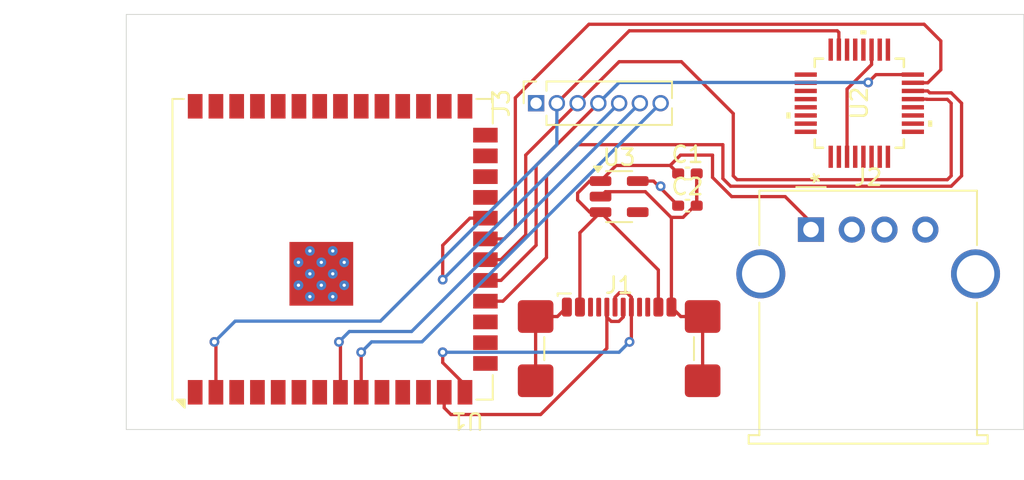
<source format=kicad_pcb>
(kicad_pcb (version 20240108) (generator "pcbnew") (generator_version "8.0")
  (layers (0 "F.Cu" signal) (31 "B.Cu" signal) (34 "B.Paste" user) (35 "F.Paste" user) (36 "B.SilkS" user "B.Silkscreen") (37 "F.SilkS" user "F.Silkscreen") (38 "B.Mask" user) (39 "F.Mask" user) (44 "Edge.Cuts" user))
  (net 0 "")
  (net 4 "Net-(J2-VBUS)")
  (net 8 "Net-(J1-SHIELD)")
  (net 17 "Net-(J3-Pin_2)")
  (net 18 "Net-(J3-Pin_3)")
  (net 21 "Net-(J3-Pin_4)")
  (net 22 "Net-(J3-Pin_7)")
  (net 49 "Net-(J3-Pin_6)")
  (net 54 "Net-(J3-Pin_5)")
  (net 62 "Net-(U1-IO13)")
  (net 63 "Net-(U1-IO10)")
  (net 65 "Net-(U1-IO19)")
  (net 66 "Net-(U1-IO20)")
  (footprint "Capacitor_SMD:C_0402_1005Metric_Pad0.74x0.62mm_HandSolder" (layer "F.Cu") (at 61.33 63.355)
    (property "Reference" "C1" (at 0 -1.16 0) (layer "F.SilkS"))
    (property "Value" "C")
    (fp_line (start -0.115835 -0.36) (end 0.115835 -0.36) (stroke (width 0.12)) (layer "F.SilkS"))
    (fp_line (start -0.115835 0.36) (end 0.115835 0.36) (stroke (width 0.12)) (layer "F.SilkS"))
    (pad "1" smd roundrect (at -0.5675 0) (size 0.735 0.62) (layers "F.Cu" "F.Paste" "F.Mask") (net 4 "Net-(J2-VBUS)"))
    (pad "2" smd roundrect (at 0.5675 0) (size 0.735 0.62) (layers "F.Cu" "F.Paste" "F.Mask") (net 8 "Net-(J1-SHIELD)"))
  )
  (footprint "Connector_USB:USB_C_Receptacle_GCT_USB4110" (layer "F.Cu") (at 57.15 75.213599)
    (property "Reference" "J1" (at 0 -5.015 0) (layer "F.SilkS"))
    (property "Value" "USB_C_Receptacle_USB2.0_16P")
    (fp_line (start -4.58 -0.435) (end -4.58 -1.845) (stroke (width 0.12)) (layer "F.SilkS"))
    (fp_line (start -3.76 -4.515) (end -3.76 -4.365) (stroke (width 0.12)) (layer "F.SilkS"))
    (fp_line (start -2.96 -4.515) (end -3.76 -4.515) (stroke (width 0.12)) (layer "F.SilkS"))
    (fp_line (start 4.58 -0.435) (end 4.58 -1.845) (stroke (width 0.12)) (layer "F.SilkS"))
    (pad "" np_thru_hole circle (at -2.89 -2.605) (size 0.65 0.65) (drill 0.65) (layers "F&B.Cu" "*.Mask"))
    (pad "" np_thru_hole circle (at 2.89 -2.605) (size 0.65 0.65) (drill 0.65) (layers "F&B.Cu" "*.Mask"))
    (pad "A1" smd roundrect (at -3.2 -3.68) (size 0.6 1.15) (layers "F.Cu" "F.Paste" "F.Mask") (net 8 "Net-(J1-SHIELD)"))
    (pad "A4" smd roundrect (at -2.4 -3.68) (size 0.6 1.15) (layers "F.Cu" "F.Paste" "F.Mask") (net 4 "Net-(J2-VBUS)"))
    (pad "A5" smd roundrect (at -1.25 -3.68) (size 0.3 1.15) (layers "F.Cu" "F.Paste" "F.Mask"))
    (pad "A6" smd roundrect (at -0.25 -3.68) (size 0.3 1.15) (layers "F.Cu" "F.Paste" "F.Mask") (net 66 "Net-(U1-IO20)"))
    (pad "A7" smd roundrect (at 0.25 -3.68) (size 0.3 1.15) (layers "F.Cu" "F.Paste" "F.Mask") (net 65 "Net-(U1-IO19)"))
    (pad "A8" smd roundrect (at 1.25 -3.68) (size 0.3 1.15) (layers "F.Cu" "F.Paste" "F.Mask"))
    (pad "A9" smd roundrect (at 2.4 -3.68) (size 0.6 1.15) (layers "F.Cu" "F.Paste" "F.Mask") (net 4 "Net-(J2-VBUS)"))
    (pad "A12" smd roundrect (at 3.2 -3.68) (size 0.6 1.15) (layers "F.Cu" "F.Paste" "F.Mask") (net 8 "Net-(J1-SHIELD)"))
    (pad "B1" smd roundrect (at 3.2 -3.68) (size 0.6 1.15) (layers "F.Cu" "F.Paste" "F.Mask") (net 8 "Net-(J1-SHIELD)"))
    (pad "B4" smd roundrect (at 2.4 -3.68) (size 0.6 1.15) (layers "F.Cu" "F.Paste" "F.Mask") (net 4 "Net-(J2-VBUS)"))
    (pad "B5" smd roundrect (at 1.75 -3.68) (size 0.3 1.15) (layers "F.Cu" "F.Paste" "F.Mask"))
    (pad "B6" smd roundrect (at 0.75 -3.68) (size 0.3 1.15) (layers "F.Cu" "F.Paste" "F.Mask") (net 66 "Net-(U1-IO20)"))
    (pad "B7" smd roundrect (at -0.75 -3.68) (size 0.3 1.15) (layers "F.Cu" "F.Paste" "F.Mask") (net 65 "Net-(U1-IO19)"))
    (pad "B8" smd roundrect (at -1.75 -3.68) (size 0.3 1.15) (layers "F.Cu" "F.Paste" "F.Mask"))
    (pad "B9" smd roundrect (at -2.4 -3.68) (size 0.6 1.15) (layers "F.Cu" "F.Paste" "F.Mask") (net 4 "Net-(J2-VBUS)"))
    (pad "B12" smd roundrect (at -3.2 -3.68) (size 0.6 1.15) (layers "F.Cu" "F.Paste" "F.Mask") (net 8 "Net-(J1-SHIELD)"))
    (pad "S1" smd roundrect (at -5.11 -3.105) (size 2.18 2) (layers "F.Cu" "F.Paste" "F.Mask") (roundrect_rratio 0.125) (net 8 "Net-(J1-SHIELD)"))
    (pad "S1" smd roundrect (at -5.11 0.825) (size 2.18 2) (layers "F.Cu" "F.Paste" "F.Mask") (roundrect_rratio 0.125) (net 8 "Net-(J1-SHIELD)"))
    (pad "S1" smd roundrect (at 5.11 -3.105) (size 2.18 2) (layers "F.Cu" "F.Paste" "F.Mask") (roundrect_rratio 0.125) (net 8 "Net-(J1-SHIELD)"))
    (pad "S1" smd roundrect (at 5.11 0.825) (size 2.18 2) (layers "F.Cu" "F.Paste" "F.Mask") (roundrect_rratio 0.125) (net 8 "Net-(J1-SHIELD)"))
  )
  (footprint "RF_Module:ESP32-S3-WROOM-1U" (layer "F.Cu") (at 39.617201 67.994205 90)
    (property "Reference" "U1" (at -10.5 8.25 180) (layer "F.SilkS"))
    (property "Value" "ESP32-S3-WROOM-1U")
    (fp_line (start 9.2 -9.8) (end 9.2 -9.1) (stroke (width 0.12)) (layer "F.SilkS"))
    (fp_line (start -9.2 -9.8) (end 9.2 -9.8) (stroke (width 0.12)) (layer "F.SilkS"))
    (fp_line (start -9.2 8.8) (end -9.2 9.8) (stroke (width 0.12)) (layer "F.SilkS"))
    (fp_line (start 9.2 9.8) (end 9.2 8.8) (stroke (width 0.12)) (layer "F.SilkS"))
    (fp_line (start 9.2 9.8) (end 7.7 9.8) (stroke (width 0.12)) (layer "F.SilkS"))
    (fp_line (start -9.2 9.8) (end -7.7 9.8) (stroke (width 0.12)) (layer "F.SilkS"))
    (fp_poly (pts (xy -9.2 -9.05) (xy -9.7 -9.05) (xy -9.2 -9.55) (xy -9.2 -9.05)) (stroke (width 0.12)) (fill solid) (layer "F.SilkS"))
    (pad "1" smd rect (at -8.75 -8.41 90) (size 1.5 0.9) (layers "F.Cu" "F.Paste" "F.Mask") (net 8 "Net-(J1-SHIELD)"))
    (pad "2" smd rect (at -8.75 -7.14 90) (size 1.5 0.9) (layers "F.Cu" "F.Paste" "F.Mask") (net 17 "Net-(J3-Pin_2)"))
    (pad "3" smd rect (at -8.75 -5.87 90) (size 1.5 0.9) (layers "F.Cu" "F.Paste" "F.Mask"))
    (pad "4" smd rect (at -8.75 -4.6 90) (size 1.5 0.9) (layers "F.Cu" "F.Paste" "F.Mask"))
    (pad "5" smd rect (at -8.75 -3.33 90) (size 1.5 0.9) (layers "F.Cu" "F.Paste" "F.Mask"))
    (pad "6" smd rect (at -8.75 -2.06 90) (size 1.5 0.9) (layers "F.Cu" "F.Paste" "F.Mask"))
    (pad "7" smd rect (at -8.75 -0.79 90) (size 1.5 0.9) (layers "F.Cu" "F.Paste" "F.Mask"))
    (pad "8" smd rect (at -8.75 0.48 90) (size 1.5 0.9) (layers "F.Cu" "F.Paste" "F.Mask") (net 49 "Net-(J3-Pin_6)"))
    (pad "9" smd rect (at -8.75 1.75 90) (size 1.5 0.9) (layers "F.Cu" "F.Paste" "F.Mask") (net 22 "Net-(J3-Pin_7)"))
    (pad "10" smd rect (at -8.75 3.02 90) (size 1.5 0.9) (layers "F.Cu" "F.Paste" "F.Mask"))
    (pad "11" smd rect (at -8.75 4.29 90) (size 1.5 0.9) (layers "F.Cu" "F.Paste" "F.Mask"))
    (pad "12" smd rect (at -8.75 5.56 90) (size 1.5 0.9) (layers "F.Cu" "F.Paste" "F.Mask"))
    (pad "13" smd rect (at -8.75 6.83 90) (size 1.5 0.9) (layers "F.Cu" "F.Paste" "F.Mask") (net 65 "Net-(U1-IO19)"))
    (pad "14" smd rect (at -8.75 8.1 270) (size 1.5 0.9) (layers "F.Cu" "F.Paste" "F.Mask") (net 66 "Net-(U1-IO20)"))
    (pad "15" smd rect (at -6.985 9.35) (size 1.5 0.9) (layers "F.Cu" "F.Paste" "F.Mask"))
    (pad "16" smd rect (at -5.715 9.35) (size 1.5 0.9) (layers "F.Cu" "F.Paste" "F.Mask"))
    (pad "17" smd rect (at -4.445 9.35) (size 1.5 0.9) (layers "F.Cu" "F.Paste" "F.Mask"))
    (pad "18" smd rect (at -3.175 9.35) (size 1.5 0.9) (layers "F.Cu" "F.Paste" "F.Mask") (net 63 "Net-(U1-IO10)"))
    (pad "19" smd rect (at -1.905 9.35) (size 1.5 0.9) (layers "F.Cu" "F.Paste" "F.Mask") (net 21 "Net-(J3-Pin_4)"))
    (pad "20" smd rect (at -0.635 9.35) (size 1.5 0.9) (layers "F.Cu" "F.Paste" "F.Mask") (net 18 "Net-(J3-Pin_3)"))
    (pad "21" smd rect (at 0.635 9.35) (size 1.5 0.9) (layers "F.Cu" "F.Paste" "F.Mask") (net 62 "Net-(U1-IO13)"))
    (pad "22" smd rect (at 1.905 9.35) (size 1.5 0.9) (layers "F.Cu" "F.Paste" "F.Mask") (net 54 "Net-(J3-Pin_5)"))
    (pad "23" smd rect (at 3.175 9.35) (size 1.5 0.9) (layers "F.Cu" "F.Paste" "F.Mask"))
    (pad "24" smd rect (at 4.445 9.35) (size 1.5 0.9) (layers "F.Cu" "F.Paste" "F.Mask"))
    (pad "25" smd rect (at 5.715 9.35) (size 1.5 0.9) (layers "F.Cu" "F.Paste" "F.Mask"))
    (pad "26" smd rect (at 6.985 9.35) (size 1.5 0.9) (layers "F.Cu" "F.Paste" "F.Mask"))
    (pad "27" smd rect (at 8.75 8.1 90) (size 1.5 0.9) (layers "F.Cu" "F.Paste" "F.Mask"))
    (pad "28" smd rect (at 8.75 6.83 90) (size 1.5 0.9) (layers "F.Cu" "F.Paste" "F.Mask"))
    (pad "29" smd rect (at 8.75 5.56 90) (size 1.5 0.9) (layers "F.Cu" "F.Paste" "F.Mask"))
    (pad "30" smd rect (at 8.75 4.29 90) (size 1.5 0.9) (layers "F.Cu" "F.Paste" "F.Mask"))
    (pad "31" smd rect (at 8.75 3.02 90) (size 1.5 0.9) (layers "F.Cu" "F.Paste" "F.Mask"))
    (pad "32" smd rect (at 8.75 1.75 90) (size 1.5 0.9) (layers "F.Cu" "F.Paste" "F.Mask"))
    (pad "33" smd rect (at 8.75 0.48 90) (size 1.5 0.9) (layers "F.Cu" "F.Paste" "F.Mask"))
    (pad "34" smd rect (at 8.75 -0.79 90) (size 1.5 0.9) (layers "F.Cu" "F.Paste" "F.Mask"))
    (pad "35" smd rect (at 8.75 -2.06 90) (size 1.5 0.9) (layers "F.Cu" "F.Paste" "F.Mask"))
    (pad "36" smd rect (at 8.75 -3.33 90) (size 1.5 0.9) (layers "F.Cu" "F.Paste" "F.Mask"))
    (pad "37" smd rect (at 8.75 -4.6 90) (size 1.5 0.9) (layers "F.Cu" "F.Paste" "F.Mask"))
    (pad "38" smd rect (at 8.75 -5.87 90) (size 1.5 0.9) (layers "F.Cu" "F.Paste" "F.Mask"))
    (pad "39" smd rect (at 8.75 -7.14 90) (size 1.5 0.9) (layers "F.Cu" "F.Paste" "F.Mask"))
    (pad "40" smd rect (at 8.75 -8.41 90) (size 1.5 0.9) (layers "F.Cu" "F.Paste" "F.Mask") (net 8 "Net-(J1-SHIELD)"))
    (pad "41" thru_hole circle (at -2.9 -1.39 90) (size 0.6 0.6) (drill 0.2) (property pad_prop_heatsink) (layers "*.Cu" "F.Mask") (net 8 "Net-(J1-SHIELD)"))
    (pad "41" thru_hole circle (at -2.9 0.01 90) (size 0.6 0.6) (drill 0.2) (property pad_prop_heatsink) (layers "*.Cu" "F.Mask") (net 8 "Net-(J1-SHIELD)"))
    (pad "41" thru_hole circle (at -2.2 -2.09 90) (size 0.6 0.6) (drill 0.2) (property pad_prop_heatsink) (layers "*.Cu" "F.Mask") (net 8 "Net-(J1-SHIELD)"))
    (pad "41" thru_hole circle (at -2.2 -0.69 90) (size 0.6 0.6) (drill 0.2) (property pad_prop_heatsink) (layers "*.Cu" "F.Mask") (net 8 "Net-(J1-SHIELD)"))
    (pad "41" thru_hole circle (at -2.2 0.71 90) (size 0.6 0.6) (drill 0.2) (property pad_prop_heatsink) (layers "*.Cu" "F.Mask") (net 8 "Net-(J1-SHIELD)"))
    (pad "41" thru_hole circle (at -1.5 -1.39 90) (size 0.6 0.6) (drill 0.2) (property pad_prop_heatsink) (layers "*.Cu" "F.Mask") (net 8 "Net-(J1-SHIELD)"))
    (pad "41" smd rect (at -1.5 -0.69 90) (size 3.9 3.9) (layers "F.Cu" "F.Mask") (net 8 "Net-(J1-SHIELD)"))
    (pad "41" thru_hole circle (at -1.5 0.01 90) (size 0.6 0.6) (drill 0.2) (property pad_prop_heatsink) (layers "*.Cu" "F.Mask") (net 8 "Net-(J1-SHIELD)"))
    (pad "41" thru_hole circle (at -0.8 -2.09 90) (size 0.6 0.6) (drill 0.2) (property pad_prop_heatsink) (layers "*.Cu" "F.Mask") (net 8 "Net-(J1-SHIELD)"))
    (pad "41" thru_hole circle (at -0.8 -0.69 180) (size 0.6 0.6) (drill 0.2) (property pad_prop_heatsink) (layers "*.Cu" "F.Mask") (net 8 "Net-(J1-SHIELD)"))
    (pad "41" thru_hole circle (at -0.8 0.71 90) (size 0.6 0.6) (drill 0.2) (property pad_prop_heatsink) (layers "*.Cu" "F.Mask") (net 8 "Net-(J1-SHIELD)"))
    (pad "41" thru_hole circle (at -0.1 -1.39 90) (size 0.6 0.6) (drill 0.2) (property pad_prop_heatsink) (layers "*.Cu" "F.Mask") (net 8 "Net-(J1-SHIELD)"))
    (pad "41" thru_hole circle (at -0.1 0.01 90) (size 0.6 0.6) (drill 0.2) (property pad_prop_heatsink) (layers "*.Cu" "F.Mask") (net 8 "Net-(J1-SHIELD)"))
  )
  (footprint "max:21-0110-C_90-0149-32L_MXM" (layer "F.Cu") (at 71.847799 59.055 90)
    (property "Reference" "U2" (at 0 0 90) (layer "F.SilkS"))
    (property "Value" "MAX3421EEHJ+T")
    (fp_line (start 2.727 -2.727) (end 2.217739 -2.727) (stroke (width 0.1524)) (layer "F.SilkS"))
    (fp_line (start -2.217739 -2.727) (end -2.727 -2.727) (stroke (width 0.1524)) (layer "F.SilkS"))
    (fp_line (start -2.727 -2.727) (end -2.727 -2.217739) (stroke (width 0.1524)) (layer "F.SilkS"))
    (fp_line (start 2.727 -2.217739) (end 2.727 -2.727) (stroke (width 0.1524)) (layer "F.SilkS"))
    (fp_line (start -2.727 2.217739) (end -2.727 2.727) (stroke (width 0.1524)) (layer "F.SilkS"))
    (fp_line (start 2.727 2.727) (end 2.727 2.217739) (stroke (width 0.1524)) (layer "F.SilkS"))
    (fp_line (start 2.217739 2.727) (end 2.727 2.727) (stroke (width 0.1524)) (layer "F.SilkS"))
    (fp_line (start -2.727 2.727) (end -2.217739 2.727) (stroke (width 0.1524)) (layer "F.SilkS"))
    (fp_poly (pts (xy -0.940501 -4.2096) (xy -0.940501 -4.4636) (xy -0.559501 -4.4636) (xy -0.559501 -4.2096)) (fill solid) (layer "F.SilkS"))
    (fp_poly (pts (xy 4.4636 0.059499) (xy 4.4636 0.4405) (xy 4.2096 0.4405) (xy 4.2096 0.059499)) (fill solid) (layer "F.SilkS"))
    (fp_poly (pts (xy -1.4405 4.2096) (xy -1.4405 4.4636) (xy -1.0595 4.4636) (xy -1.0595 4.2096)) (fill solid) (layer "F.SilkS"))
    (fp_text user "*" (at -4.5906 -2.381 90) (layer "F.SilkS"))
    (fp_text user "*" (at -4.5906 -2.381 90) (layer "F.SilkS"))
    (pad "1" smd rect (at -3.277801 -1.749999 180) (size 0.27 1.355601) (layers "F.Cu" "F.Paste" "F.Mask"))
    (pad "2" smd rect (at -3.277801 -1.25 180) (size 0.27 1.355601) (layers "F.Cu" "F.Paste" "F.Mask"))
    (pad "3" smd rect (at -3.277801 -0.750001 180) (size 0.27 1.355601) (layers "F.Cu" "F.Paste" "F.Mask") (net 8 "Net-(J1-SHIELD)"))
    (pad "4" smd rect (at -3.277801 -0.25 180) (size 0.27 1.355601) (layers "F.Cu" "F.Paste" "F.Mask"))
    (pad "5" smd rect (at -3.277801 0.25 180) (size 0.27 1.355601) (layers "F.Cu" "F.Paste" "F.Mask"))
    (pad "6" smd rect (at -3.277801 0.750001 180) (size 0.27 1.355601) (layers "F.Cu" "F.Paste" "F.Mask"))
    (pad "7" smd rect (at -3.277801 1.25 180) (size 0.27 1.355601) (layers "F.Cu" "F.Paste" "F.Mask"))
    (pad "8" smd rect (at -3.277801 1.749999 180) (size 0.27 1.355601) (layers "F.Cu" "F.Paste" "F.Mask"))
    (pad "9" smd rect (at -1.749999 3.277801 90) (size 0.27 1.355601) (layers "F.Cu" "F.Paste" "F.Mask"))
    (pad "10" smd rect (at -1.25 3.277801 90) (size 0.27 1.355601) (layers "F.Cu" "F.Paste" "F.Mask"))
    (pad "11" smd rect (at -0.750001 3.277801 90) (size 0.27 1.355601) (layers "F.Cu" "F.Paste" "F.Mask"))
    (pad "12" smd rect (at -0.25 3.277801 90) (size 0.27 1.355601) (layers "F.Cu" "F.Paste" "F.Mask"))
    (pad "13" smd rect (at 0.25 3.277801 90) (size 0.27 1.355601) (layers "F.Cu" "F.Paste" "F.Mask") (net 18 "Net-(J3-Pin_3)"))
    (pad "14" smd rect (at 0.750001 3.277801 90) (size 0.27 1.355601) (layers "F.Cu" "F.Paste" "F.Mask") (net 63 "Net-(U1-IO10)"))
    (pad "15" smd rect (at 1.25 3.277801 90) (size 0.27 1.355601) (layers "F.Cu" "F.Paste" "F.Mask") (net 62 "Net-(U1-IO13)"))
    (pad "16" smd rect (at 1.749999 3.277801 90) (size 0.27 1.355601) (layers "F.Cu" "F.Paste" "F.Mask") (net 21 "Net-(J3-Pin_4)"))
    (pad "17" smd rect (at 3.277801 1.749999 180) (size 0.27 1.355601) (layers "F.Cu" "F.Paste" "F.Mask"))
    (pad "18" smd rect (at 3.277801 1.25 180) (size 0.27 1.355601) (layers "F.Cu" "F.Paste" "F.Mask"))
    (pad "19" smd rect (at 3.277801 0.750001 180) (size 0.27 1.355601) (layers "F.Cu" "F.Paste" "F.Mask") (net 8 "Net-(J1-SHIELD)"))
    (pad "20" smd rect (at 3.277801 0.25 180) (size 0.27 1.355601) (layers "F.Cu" "F.Paste" "F.Mask"))
    (pad "21" smd rect (at 3.277801 -0.25 180) (size 0.27 1.355601) (layers "F.Cu" "F.Paste" "F.Mask"))
    (pad "22" smd rect (at 3.277801 -0.750001 180) (size 0.27 1.355601) (layers "F.Cu" "F.Paste" "F.Mask"))
    (pad "23" smd rect (at 3.277801 -1.25 180) (size 0.27 1.355601) (layers "F.Cu" "F.Paste" "F.Mask") (net 17 "Net-(J3-Pin_2)"))
    (pad "24" smd rect (at 3.277801 -1.749999 180) (size 0.27 1.355601) (layers "F.Cu" "F.Paste" "F.Mask"))
    (pad "25" smd rect (at 1.749999 -3.277801 90) (size 0.27 1.355601) (layers "F.Cu" "F.Paste" "F.Mask"))
    (pad "26" smd rect (at 1.25 -3.277801 90) (size 0.27 1.355601) (layers "F.Cu" "F.Paste" "F.Mask"))
    (pad "27" smd rect (at 0.750001 -3.277801 90) (size 0.27 1.355601) (layers "F.Cu" "F.Paste" "F.Mask"))
    (pad "28" smd rect (at 0.25 -3.277801 90) (size 0.27 1.355601) (layers "F.Cu" "F.Paste" "F.Mask"))
    (pad "29" smd rect (at -0.25 -3.277801 90) (size 0.27 1.355601) (layers "F.Cu" "F.Paste" "F.Mask"))
    (pad "30" smd rect (at -0.750001 -3.277801 90) (size 0.27 1.355601) (layers "F.Cu" "F.Paste" "F.Mask"))
    (pad "31" smd rect (at -1.25 -3.277801 90) (size 0.27 1.355601) (layers "F.Cu" "F.Paste" "F.Mask"))
    (pad "32" smd rect (at -1.749999 -3.277801 90) (size 0.27 1.355601) (layers "F.Cu" "F.Paste" "F.Mask"))
  )
  (footprint "Capacitor_SMD:C_0402_1005Metric_Pad0.74x0.62mm_HandSolder" (layer "F.Cu") (at 61.33 65.325)
    (property "Reference" "C2" (at 0 -1.16 0) (layer "F.SilkS"))
    (property "Value" "C")
    (fp_line (start -0.115835 -0.36) (end 0.115835 -0.36) (stroke (width 0.12)) (layer "F.SilkS"))
    (fp_line (start -0.115835 0.36) (end 0.115835 0.36) (stroke (width 0.12)) (layer "F.SilkS"))
    (pad "1" smd roundrect (at -0.5675 0) (size 0.735 0.62) (layers "F.Cu" "F.Paste" "F.Mask") (net 17 "Net-(J3-Pin_2)"))
    (pad "2" smd roundrect (at 0.5675 0) (size 0.735 0.62) (layers "F.Cu" "F.Paste" "F.Mask") (net 8 "Net-(J1-SHIELD)"))
  )
  (footprint "Connector_PinSocket_1.27mm:PinSocket_1x07_P1.27mm_Vertical" (layer "F.Cu") (at 55.895 55.28)
    (property "Reference" "J3" (at -5.96 3.775 90) (layer "F.SilkS"))
    (property "Value" "OLED display" (hide yes))
    (fp_line (start -4.585 2.445) (end -3.825 2.445) (stroke (width 0.12)) (layer "F.SilkS"))
    (fp_line (start -4.585 3.775) (end -4.585 2.445) (stroke (width 0.12)) (layer "F.SilkS"))
    (fp_line (start -3.19 2.445) (end 4.49 2.445) (stroke (width 0.12)) (layer "F.SilkS"))
    (fp_line (start -3.19 3.015) (end -3.19 2.445) (stroke (width 0.12)) (layer "F.SilkS"))
    (fp_line (start -3.19 5.105) (end -3.19 4.535) (stroke (width 0.12)) (layer "F.SilkS"))
    (fp_line (start -3.19 5.105) (end 4.49 5.105) (stroke (width 0.12)) (layer "F.SilkS"))
    (fp_line (start 4.49 3.46747) (end 4.49 2.445) (stroke (width 0.12)) (layer "F.SilkS"))
    (fp_line (start 4.49 5.105) (end 4.49 4.08253) (stroke (width 0.12)) (layer "F.SilkS"))
    (pad "1" thru_hole rect (at -3.825 3.775 90) (size 1 1) (drill 0.7) (layers "*.Cu" "*.Mask") (net 8 "Net-(J1-SHIELD)"))
    (pad "2" thru_hole oval (at -2.555 3.775 90) (size 1 1) (drill 0.7) (layers "*.Cu" "*.Mask") (net 17 "Net-(J3-Pin_2)"))
    (pad "3" thru_hole oval (at -1.285 3.775 90) (size 1 1) (drill 0.7) (layers "*.Cu" "*.Mask") (net 18 "Net-(J3-Pin_3)"))
    (pad "4" thru_hole oval (at -0.015 3.775 90) (size 1 1) (drill 0.7) (layers "*.Cu" "*.Mask") (net 21 "Net-(J3-Pin_4)"))
    (pad "5" thru_hole oval (at 1.255 3.775 90) (size 1 1) (drill 0.7) (layers "*.Cu" "*.Mask") (net 54 "Net-(J3-Pin_5)"))
    (pad "6" thru_hole oval (at 2.525 3.775 90) (size 1 1) (drill 0.7) (layers "*.Cu" "*.Mask") (net 49 "Net-(J3-Pin_6)"))
    (pad "7" thru_hole oval (at 3.795 3.775 90) (size 1 1) (drill 0.7) (layers "*.Cu" "*.Mask") (net 22 "Net-(J3-Pin_7)"))
  )
  (footprint "Package_TO_SOT_SMD:SOT-23-5" (layer "F.Cu") (at 57.15 64.77)
    (property "Reference" "U3" (at 0 -2.4 0) (layer "F.SilkS"))
    (property "Value" "ME6211C33M5")
    (fp_line (start 0 -1.56) (end -0.8 -1.56) (stroke (width 0.12)) (layer "F.SilkS"))
    (fp_line (start 0 -1.56) (end 0.8 -1.56) (stroke (width 0.12)) (layer "F.SilkS"))
    (fp_line (start 0 1.56) (end -0.8 1.56) (stroke (width 0.12)) (layer "F.SilkS"))
    (fp_line (start 0 1.56) (end 0.8 1.56) (stroke (width 0.12)) (layer "F.SilkS"))
    (fp_poly (pts (xy -1.3 -1.51) (xy -1.54 -1.84) (xy -1.06 -1.84) (xy -1.3 -1.51)) (stroke (width 0.12)) (fill solid) (layer "F.SilkS"))
    (pad "1" smd roundrect (at -1.1375 -0.95) (size 1.325 0.6) (layers "F.Cu" "F.Paste" "F.Mask") (net 4 "Net-(J2-VBUS)"))
    (pad "2" smd roundrect (at -1.1375 0) (size 1.325 0.6) (layers "F.Cu" "F.Paste" "F.Mask") (net 8 "Net-(J1-SHIELD)"))
    (pad "3" smd roundrect (at -1.1375 0.95) (size 1.325 0.6) (layers "F.Cu" "F.Paste" "F.Mask") (net 4 "Net-(J2-VBUS)"))
    (pad "4" smd roundrect (at 1.1375 0.95) (size 1.325 0.6) (layers "F.Cu" "F.Paste" "F.Mask"))
    (pad "5" smd roundrect (at 1.1375 -0.95) (size 1.325 0.6) (layers "F.Cu" "F.Paste" "F.Mask") (net 17 "Net-(J3-Pin_2)"))
  )
  (footprint "Connector_USB:USB_A_Molex_67643_Horizontal" (layer "F.Cu") (at 68.89 66.788599)
    (property "Reference" "J2" (at 3.5 -3.19 360) (layer "F.SilkS"))
    (property "Value" "USB_A")
    (fp_line (start -3.81 12.58) (end -3.81 13.1) (stroke (width 0.12)) (layer "F.SilkS"))
    (fp_line (start -3.81 13.1) (end 10.81 13.1) (stroke (width 0.12)) (layer "F.SilkS"))
    (fp_line (start -3.16 -2.38) (end -3.16 0.95) (stroke (width 0.12)) (layer "F.SilkS"))
    (fp_line (start -3.16 -2.38) (end 10.16 -2.38) (stroke (width 0.12)) (layer "F.SilkS"))
    (fp_line (start -3.16 12.58) (end -3.81 12.58) (stroke (width 0.12)) (layer "F.SilkS"))
    (fp_line (start -3.16 12.58) (end -3.16 4.47) (stroke (width 0.12)) (layer "F.SilkS"))
    (fp_line (start -0.9 -2.6) (end 0.9 -2.6) (stroke (width 0.12)) (layer "F.SilkS"))
    (fp_line (start 10.16 -2.38) (end 10.16 0.95) (stroke (width 0.12)) (layer "F.SilkS"))
    (fp_line (start 10.16 4.47) (end 10.16 12.58) (stroke (width 0.12)) (layer "F.SilkS"))
    (fp_line (start 10.81 12.58) (end 10.16 12.58) (stroke (width 0.12)) (layer "F.SilkS"))
    (fp_line (start 10.81 13.1) (end 10.81 12.58) (stroke (width 0.12)) (layer "F.SilkS"))
    (pad "1" thru_hole rect (at 0 0) (size 1.6 1.5) (drill 0.95) (layers "*.Cu" "*.Mask") (net 4 "Net-(J2-VBUS)"))
    (pad "2" thru_hole circle (at 2.5 0) (size 1.6 1.6) (drill 0.95) (layers "*.Cu" "*.Mask"))
    (pad "3" thru_hole circle (at 4.5 0) (size 1.6 1.6) (drill 0.95) (layers "*.Cu" "*.Mask"))
    (pad "4" thru_hole circle (at 7 0) (size 1.6 1.6) (drill 0.95) (layers "*.Cu" "*.Mask") (net 8 "Net-(J1-SHIELD)"))
    (pad "5" thru_hole circle (at -3.07 2.71) (size 3 3) (drill 2.3) (layers "*.Cu" "*.Mask") (net 8 "Net-(J1-SHIELD)"))
    (pad "5" thru_hole circle (at 10.07 2.71) (size 3 3) (drill 2.3) (layers "*.Cu" "*.Mask") (net 8 "Net-(J1-SHIELD)"))
  )
  (gr_line (start 81.915 53.623599) (end 26.992201 53.623599) (stroke (width 0.05)) (layer "Edge.Cuts"))
  (gr_line (start 26.992201 53.623599) (end 26.992201 79.023599) (stroke (width 0.05)) (layer "Edge.Cuts"))
  (gr_line (start 81.915 79.023599) (end 81.915 53.623599) (stroke (width 0.05)) (layer "Edge.Cuts"))
  (gr_line (start 26.992201 79.023599) (end 81.915 79.023599) (stroke (width 0.05)) (layer "Edge.Cuts"))
  (segment (start 60.2725 62.865) (end 56.9675 62.865) (width 0.2) (layer "F.Cu") (net 4))
  (segment (start 54.61 64.560001) (end 55.350001 63.82) (width 0.2) (layer "F.Cu") (net 4))
  (segment (start 64.038629 64.77) (end 67.31 64.77) (width 0.2) (layer "F.Cu") (net 4))
  (segment (start 55.350001 65.72) (end 54.61 64.979999) (width 0.2) (layer "F.Cu") (net 4))
  (segment (start 59.55 71.533599) (end 59.55 69.2575) (width 0.2) (layer "F.Cu") (net 4))
  (segment (start 68.89 66.35) (end 68.89 66.788599) (width 0.2) (layer "F.Cu") (net 4))
  (segment (start 67.31 64.77) (end 68.89 66.35) (width 0.2) (layer "F.Cu") (net 4))
  (segment (start 59.55 69.2575) (end 56.0125 65.72) (width 0.2) (layer "F.Cu") (net 4))
  (segment (start 54.75 71.533599) (end 54.75 66.9825) (width 0.2) (layer "F.Cu") (net 4))
  (segment (start 60.7625 63.355) (end 60.2725 62.865) (width 0.2) (layer "F.Cu") (net 4))
  (segment (start 55.350001 63.82) (end 56.0125 63.82) (width 0.2) (layer "F.Cu") (net 4))
  (segment (start 60.9075 62.23) (end 62.865 62.23) (width 0.2) (layer "F.Cu") (net 4))
  (segment (start 62.865 63.596371) (end 64.038629 64.77) (width 0.2) (layer "F.Cu") (net 4))
  (segment (start 54.75 66.9825) (end 56.0125 65.72) (width 0.2) (layer "F.Cu") (net 4))
  (segment (start 62.865 62.23) (end 62.865 63.596371) (width 0.2) (layer "F.Cu") (net 4))
  (segment (start 56.9675 62.865) (end 56.0125 63.82) (width 0.2) (layer "F.Cu") (net 4))
  (segment (start 54.61 64.979999) (end 54.61 64.560001) (width 0.2) (layer "F.Cu") (net 4))
  (segment (start 56.0125 65.72) (end 55.350001 65.72) (width 0.2) (layer "F.Cu") (net 4))
  (segment (start 60.2725 62.865) (end 60.9075 62.23) (width 0.2) (layer "F.Cu") (net 4))
  (segment (start 53.375 72.108599) (end 53.95 71.533599) (width 0.2) (layer "F.Cu") (net 8))
  (segment (start 56.0125 64.77) (end 56.3125 64.47) (width 0.2) (layer "F.Cu") (net 8))
  (segment (start 71.097798 62.332801) (end 71.097798 58.190002) (width 0.2) (layer "F.Cu") (net 8))
  (segment (start 61.8975 64.135) (end 61.8975 65.325) (width 0.2) (layer "F.Cu") (net 8))
  (segment (start 52.04 72.108599) (end 52.04 76.038599) (width 0.2) (layer "F.Cu") (net 8))
  (segment (start 52.04 72.108599) (end 53.375 72.108599) (width 0.2) (layer "F.Cu") (net 8))
  (segment (start 71.097798 58.190002) (end 72.5978 56.69) (width 0.2) (layer "F.Cu") (net 8))
  (segment (start 60.325 66.04) (end 61.062762 66.04) (width 0.2) (layer "F.Cu") (net 8))
  (segment (start 60.35 71.533599) (end 60.925 72.108599) (width 0.2) (layer "F.Cu") (net 8))
  (segment (start 60.35 66.065) (end 60.325 66.04) (width 0.2) (layer "F.Cu") (net 8))
  (segment (start 72.5978 56.69) (end 72.5978 55.777199) (width 0.2) (layer "F.Cu") (net 8))
  (segment (start 56.3125 64.47) (end 58.755 64.47) (width 0.2) (layer "F.Cu") (net 8))
  (segment (start 62.26 72.108599) (end 62.26 76.038599) (width 0.2) (layer "F.Cu") (net 8))
  (segment (start 58.755 64.47) (end 60.325 66.04) (width 0.2) (layer "F.Cu") (net 8))
  (segment (start 61.8975 65.205262) (end 61.8975 64.135) (width 0.2) (layer "F.Cu") (net 8))
  (segment (start 61.062762 66.04) (end 61.8975 65.205262) (width 0.2) (layer "F.Cu") (net 8))
  (segment (start 61.8975 63.355) (end 61.8975 64.135) (width 0.2) (layer "F.Cu") (net 8))
  (segment (start 60.35 71.533599) (end 60.35 66.065) (width 0.2) (layer "F.Cu") (net 8))
  (segment (start 60.925 72.108599) (end 62.26 72.108599) (width 0.2) (layer "F.Cu") (net 8))
  (segment (start 32.477201 73.752201) (end 32.385 73.66) (width 0.2) (layer "F.Cu") (net 17))
  (segment (start 59.2575 63.82) (end 58.2875 63.82) (width 0.2) (layer "F.Cu") (net 17))
  (segment (start 70.498599 54.623599) (end 57.771401 54.623599) (width 0.2) (layer "F.Cu") (net 17))
  (segment (start 59.69 64.135) (end 59.5725 64.135) (width 0.2) (layer "F.Cu") (net 17))
  (segment (start 59.5725 64.135) (end 59.2575 63.82) (width 0.2) (layer "F.Cu") (net 17))
  (segment (start 57.771401 54.623599) (end 53.34 59.055) (width 0.2) (layer "F.Cu") (net 17))
  (segment (start 32.477201 76.744205) (end 32.477201 73.752201) (width 0.2) (layer "F.Cu") (net 17))
  (segment (start 59.69 64.2525) (end 59.69 64.135) (width 0.2) (layer "F.Cu") (net 17))
  (segment (start 70.597799 54.722799) (end 70.498599 54.623599) (width 0.2) (layer "F.Cu") (net 17))
  (segment (start 60.7625 65.325) (end 59.69 64.2525) (width 0.2) (layer "F.Cu") (net 17))
  (segment (start 70.597799 55.777199) (end 70.597799 54.722799) (width 0.2) (layer "F.Cu") (net 17))
  (via (at 32.385 73.66) (size 0.6) (drill 0.3) (layers "F.Cu" "B.Cu") (net 17))
  (via (at 59.69 64.135) (size 0.6) (drill 0.3) (layers "F.Cu" "B.Cu") (net 17))
  (segment (start 53.34 61.595) (end 53.34 59.055) (width 0.2) (layer "B.Cu") (net 17))
  (segment (start 32.385 73.66) (end 33.655 72.39) (width 0.2) (layer "B.Cu") (net 17))
  (segment (start 42.545 72.39) (end 53.34 61.595) (width 0.2) (layer "B.Cu") (net 17))
  (segment (start 33.655 72.39) (end 42.545 72.39) (width 0.2) (layer "B.Cu") (net 17))
  (segment (start 49.917201 68.629205) (end 48.967201 68.629205) (width 0.2) (layer "F.Cu") (net 18))
  (segment (start 77.235 63.735) (end 64.37 63.735) (width 0.2) (layer "F.Cu") (net 18))
  (segment (start 64.135 59.69) (end 60.96 56.515) (width 0.2) (layer "F.Cu") (net 18))
  (segment (start 60.96 56.515) (end 57.15 56.515) (width 0.2) (layer "F.Cu") (net 18))
  (segment (start 75.987714 58.82) (end 77.235 58.82) (width 0.2) (layer "F.Cu") (net 18))
  (segment (start 54.61 59.055) (end 51.435 62.23) (width 0.2) (layer "F.Cu") (net 18))
  (segment (start 77.235 58.82) (end 77.47 59.055) (width 0.2) (layer "F.Cu") (net 18))
  (segment (start 75.972715 58.805) (end 75.987714 58.82) (width 0.2) (layer "F.Cu") (net 18))
  (segment (start 51.435 67.111406) (end 49.917201 68.629205) (width 0.2) (layer "F.Cu") (net 18))
  (segment (start 64.37 63.735) (end 64.135 63.5) (width 0.2) (layer "F.Cu") (net 18))
  (segment (start 77.47 63.5) (end 77.235 63.735) (width 0.2) (layer "F.Cu") (net 18))
  (segment (start 75.1256 58.805) (end 75.972715 58.805) (width 0.2) (layer "F.Cu") (net 18))
  (segment (start 51.435 62.23) (end 51.435 67.111406) (width 0.2) (layer "F.Cu") (net 18))
  (segment (start 77.47 59.055) (end 77.47 63.5) (width 0.2) (layer "F.Cu") (net 18))
  (segment (start 57.15 56.515) (end 54.61 59.055) (width 0.2) (layer "F.Cu") (net 18))
  (segment (start 64.135 63.5) (end 64.135 59.69) (width 0.2) (layer "F.Cu") (net 18))
  (segment (start 55.88 59.055) (end 52.07 62.865) (width 0.2) (layer "F.Cu") (net 21))
  (segment (start 72.869999 57.305001) (end 72.39 57.785) (width 0.2) (layer "F.Cu") (net 21))
  (segment (start 49.917201 69.899205) (end 48.967201 69.899205) (width 0.2) (layer "F.Cu") (net 21))
  (segment (start 75.1256 57.305001) (end 72.869999 57.305001) (width 0.2) (layer "F.Cu") (net 21))
  (segment (start 52.07 62.865) (end 52.07 67.746406) (width 0.2) (layer "F.Cu") (net 21))
  (segment (start 52.07 67.746406) (end 49.917201 69.899205) (width 0.2) (layer "F.Cu") (net 21))
  (via (at 72.39 57.785) (size 0.6) (drill 0.3) (layers "F.Cu" "B.Cu") (net 21))
  (segment (start 57.15 57.785) (end 55.88 59.055) (width 0.2) (layer "B.Cu") (net 21))
  (segment (start 72.39 57.785) (end 57.15 57.785) (width 0.2) (layer "B.Cu") (net 21))
  (segment (start 41.367201 74.295) (end 41.367201 76.744205) (width 0.2) (layer "F.Cu") (net 22))
  (via (at 41.367201 74.295) (size 0.6) (drill 0.3) (layers "F.Cu" "B.Cu") (net 22))
  (segment (start 45.085 73.66) (end 59.69 59.055) (width 0.2) (layer "B.Cu") (net 22))
  (segment (start 41.367201 74.295) (end 42.002201 73.66) (width 0.2) (layer "B.Cu") (net 22))
  (segment (start 42.002201 73.66) (end 45.085 73.66) (width 0.2) (layer "B.Cu") (net 22))
  (segment (start 40.097201 73.752201) (end 40.005 73.66) (width 0.2) (layer "F.Cu") (net 49))
  (segment (start 40.097201 76.744205) (end 40.097201 73.752201) (width 0.2) (layer "F.Cu") (net 49))
  (via (at 40.005 73.66) (size 0.6) (drill 0.3) (layers "F.Cu" "B.Cu") (net 49))
  (segment (start 40.64 73.025) (end 44.45 73.025) (width 0.2) (layer "B.Cu") (net 49))
  (segment (start 40.005 73.66) (end 40.64 73.025) (width 0.2) (layer "B.Cu") (net 49))
  (segment (start 44.45 73.025) (end 58.42 59.055) (width 0.2) (layer "B.Cu") (net 49))
  (segment (start 48.967201 66.089205) (end 48.017201 66.089205) (width 0.2) (layer "F.Cu") (net 54))
  (segment (start 46.355 67.751406) (end 46.355 69.85) (width 0.2) (layer "F.Cu") (net 54))
  (segment (start 48.017201 66.089205) (end 46.355 67.751406) (width 0.2) (layer "F.Cu") (net 54))
  (via (at 46.355 69.85) (size 0.6) (drill 0.3) (layers "F.Cu" "B.Cu") (net 54))
  (segment (start 57.15 59.055) (end 46.355 69.85) (width 0.2) (layer "B.Cu") (net 54))
  (segment (start 76.835 55.245) (end 75.813599 54.223599) (width 0.2) (layer "F.Cu") (net 62))
  (segment (start 50.8 66.675) (end 50.115795 67.359205) (width 0.2) (layer "F.Cu") (net 62))
  (segment (start 75.813599 54.223599) (end 55.301401 54.223599) (width 0.2) (layer "F.Cu") (net 62))
  (segment (start 55.301401 54.223599) (end 50.8 58.725) (width 0.2) (layer "F.Cu") (net 62))
  (segment (start 76.038401 57.805) (end 76.835 57.008401) (width 0.2) (layer "F.Cu") (net 62))
  (segment (start 75.1256 57.805) (end 76.038401 57.805) (width 0.2) (layer "F.Cu") (net 62))
  (segment (start 50.115795 67.359205) (end 48.967201 67.359205) (width 0.2) (layer "F.Cu") (net 62))
  (segment (start 50.8 58.725) (end 50.8 66.675) (width 0.2) (layer "F.Cu") (net 62))
  (segment (start 76.835 57.008401) (end 76.835 55.245) (width 0.2) (layer "F.Cu") (net 62))
  (segment (start 77.47 58.42) (end 78.105 59.055) (width 0.2) (layer "F.Cu") (net 63))
  (segment (start 63.969315 64.135) (end 63.5 63.665685) (width 0.2) (layer "F.Cu") (net 63))
  (segment (start 52.705 68.503169) (end 50.038964 71.169205) (width 0.2) (layer "F.Cu") (net 63))
  (segment (start 78.105 59.055) (end 78.105 63.5) (width 0.2) (layer "F.Cu") (net 63))
  (segment (start 50.038964 71.169205) (end 48.967201 71.169205) (width 0.2) (layer "F.Cu") (net 63))
  (segment (start 78.105 63.5) (end 77.47 64.135) (width 0.2) (layer "F.Cu") (net 63))
  (segment (start 63.5 63.665685) (end 63.5 61.595) (width 0.2) (layer "F.Cu") (net 63))
  (segment (start 76.038399 58.304999) (end 76.1534 58.42) (width 0.2) (layer "F.Cu") (net 63))
  (segment (start 63.5 61.595) (end 54.61 61.595) (width 0.2) (layer "F.Cu") (net 63))
  (segment (start 52.705 63.5) (end 52.705 68.503169) (width 0.2) (layer "F.Cu") (net 63))
  (segment (start 75.1256 58.304999) (end 76.038399 58.304999) (width 0.2) (layer "F.Cu") (net 63))
  (segment (start 76.1534 58.42) (end 77.47 58.42) (width 0.2) (layer "F.Cu") (net 63))
  (segment (start 54.61 61.595) (end 52.705 63.5) (width 0.2) (layer "F.Cu") (net 63))
  (segment (start 77.47 64.135) (end 63.969315 64.135) (width 0.2) (layer "F.Cu") (net 63))
  (segment (start 56.66759 72.408599) (end 57.13241 72.408599) (width 0.2) (layer "F.Cu") (net 65))
  (segment (start 57.4 72.141009) (end 57.4 71.533599) (width 0.2) (layer "F.Cu") (net 65))
  (segment (start 56.4 74.053343) (end 52.348343 78.105) (width 0.2) (layer "F.Cu") (net 65))
  (segment (start 56.4 71.533599) (end 56.4 74.053343) (width 0.2) (layer "F.Cu") (net 65))
  (segment (start 56.4 71.533599) (end 56.4 72.141009) (width 0.2) (layer "F.Cu") (net 65))
  (segment (start 46.857996 78.105) (end 46.447201 77.694205) (width 0.2) (layer "F.Cu") (net 65))
  (segment (start 56.4 72.141009) (end 56.66759 72.408599) (width 0.2) (layer "F.Cu") (net 65))
  (segment (start 52.348343 78.105) (end 46.857996 78.105) (width 0.2) (layer "F.Cu") (net 65))
  (segment (start 46.447201 77.694205) (end 46.447201 76.744205) (width 0.2) (layer "F.Cu") (net 65))
  (segment (start 57.13241 72.408599) (end 57.4 72.141009) (width 0.2) (layer "F.Cu") (net 65))
  (segment (start 46.355 74.93) (end 46.355 74.295) (width 0.2) (layer "F.Cu") (net 66))
  (segment (start 57.9 73.545) (end 57.785 73.66) (width 0.2) (layer "F.Cu") (net 66))
  (segment (start 57.63241 70.658599) (end 57.9 70.926189) (width 0.2) (layer "F.Cu") (net 66))
  (segment (start 57.9 71.533599) (end 57.9 73.545) (width 0.2) (layer "F.Cu") (net 66))
  (segment (start 56.9 71.533599) (end 56.9 70.926189) (width 0.2) (layer "F.Cu") (net 66))
  (segment (start 57.16759 70.658599) (end 57.63241 70.658599) (width 0.2) (layer "F.Cu") (net 66))
  (segment (start 56.9 70.926189) (end 57.16759 70.658599) (width 0.2) (layer "F.Cu") (net 66))
  (segment (start 47.717201 76.744205) (end 47.717201 76.292201) (width 0.2) (layer "F.Cu") (net 66))
  (segment (start 57.9 70.926189) (end 57.9 71.533599) (width 0.2) (layer "F.Cu") (net 66))
  (segment (start 47.717201 76.292201) (end 46.355 74.93) (width 0.2) (layer "F.Cu") (net 66))
  (via (at 46.355 74.295) (size 0.6) (drill 0.3) (layers "F.Cu" "B.Cu") (net 66))
  (via (at 57.785 73.66) (size 0.6) (drill 0.3) (layers "F.Cu" "B.Cu") (net 66))
  (segment (start 57.15 74.295) (end 46.355 74.295) (width 0.2) (layer "B.Cu") (net 66))
  (segment (start 57.785 73.66) (end 57.15 74.295) (width 0.2) (layer "B.Cu") (net 66))
)
</source>
